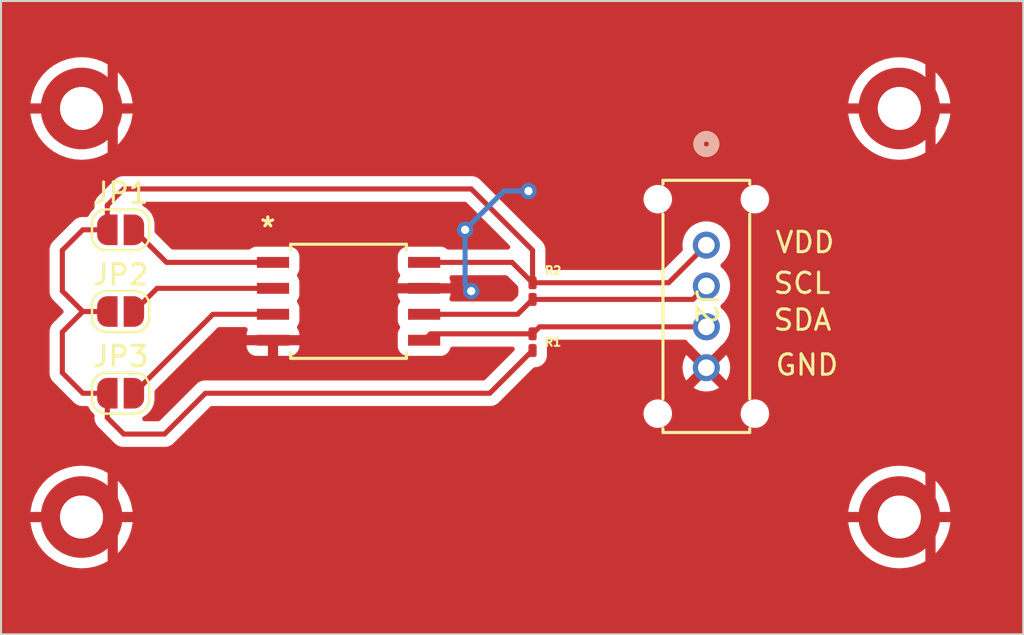
<source format=kicad_pcb>
(kicad_pcb (version 20240108) (generator "pcbnew") (generator_version "8.0")
  (layers (0 "F.Cu" signal) (31 "B.Cu" power) (34 "B.Paste" user) (35 "F.Paste" user) (36 "B.SilkS" user "B.Silkscreen") (37 "F.SilkS" user "F.Silkscreen") (38 "B.Mask" user) (39 "F.Mask" user) (44 "Edge.Cuts" user))
  (net 0 "")
  (net 1 "+3.3V")
  (net 2 "Net-(IC2-A0)")
  (net 3 "Net-(IC2-A1)")
  (net 4 "GND")
  (net 5 "Net-(IC2-A2)")
  (net 6 "/SCL")
  (net 7 "/SDA")
  (footprint "FRAM:FPT-8P-M08_FUJ" (layer "F.Cu") (at 115 92.5)
    (property "Reference" "IC2" (hide yes))
    (property "Value" "MB85RC256VPF-G-JNERE2" (hide yes))
    (fp_line (start -2.8321 -2.794) (end -2.8321 -2.495597) (stroke (width 0.1524)) (layer "F.SilkS"))
    (fp_line (start -2.8321 2.495597) (end -2.8321 2.794) (stroke (width 0.1524)) (layer "F.SilkS"))
    (fp_line (start -2.8321 2.794) (end 2.8321 2.794) (stroke (width 0.1524)) (layer "F.SilkS"))
    (fp_line (start 2.8321 -2.794) (end -2.8321 -2.794) (stroke (width 0.1524)) (layer "F.SilkS"))
    (fp_line (start 2.8321 -2.495597) (end 2.8321 -2.794) (stroke (width 0.1524)) (layer "F.SilkS"))
    (fp_line (start 2.8321 2.794) (end 2.8321 2.495597) (stroke (width 0.1524)) (layer "F.SilkS"))
    (fp_text user "*" (at -3.9497 -3.5814 0) (layer "F.SilkS"))
    (fp_text user "*" (at -3.9497 -3.5814 0) (layer "F.SilkS"))
    (pad "1" smd rect (at -3.6957 -1.905) (size 1.5748 0.5334) (layers "F.Cu" "F.Paste" "F.Mask") (net 2 "Net-(IC2-A0)"))
    (pad "2" smd rect (at -3.6957 -0.635) (size 1.5748 0.5334) (layers "F.Cu" "F.Paste" "F.Mask") (net 3 "Net-(IC2-A1)"))
    (pad "3" smd rect (at -3.6957 0.635) (size 1.5748 0.5334) (layers "F.Cu" "F.Paste" "F.Mask") (net 5 "Net-(IC2-A2)"))
    (pad "4" smd rect (at -3.6957 1.905) (size 1.5748 0.5334) (layers "F.Cu" "F.Paste" "F.Mask") (net 4 "GND"))
    (pad "5" smd rect (at 3.6957 1.905) (size 1.5748 0.5334) (layers "F.Cu" "F.Paste" "F.Mask") (net 7 "/SDA"))
    (pad "6" smd rect (at 3.6957 0.635) (size 1.5748 0.5334) (layers "F.Cu" "F.Paste" "F.Mask") (net 6 "/SCL"))
    (pad "7" smd rect (at 3.6957 -0.635) (size 1.5748 0.5334) (layers "F.Cu" "F.Paste" "F.Mask") (net 4 "GND"))
    (pad "8" smd rect (at 3.6957 -1.905) (size 1.5748 0.5334) (layers "F.Cu" "F.Paste" "F.Mask") (net 1 "+3.3V"))
  )
  (footprint "Jumper:SolderJumper-2_P1.3mm_Open_RoundedPad1.0x1.5mm" (layer "F.Cu") (at 103.85 97)
    (property "Reference" "JP3" (at 0 -1.8 0) (layer "F.SilkS"))
    (property "Value" "SolderJumper_2_Open" (hide yes))
    (fp_line (start -1.4 0.3) (end -1.4 -0.3) (stroke (width 0.12)) (layer "F.SilkS"))
    (fp_line (start -0.7 -1) (end 0.7 -1) (stroke (width 0.12)) (layer "F.SilkS"))
    (fp_line (start 0.7 1) (end -0.7 1) (stroke (width 0.12)) (layer "F.SilkS"))
    (fp_line (start 1.4 -0.3) (end 1.4 0.3) (stroke (width 0.12)) (layer "F.SilkS"))
    (fp_arc (start -1.4 -0.3) (mid -1.194975 -0.794975) (end -0.7 -1) (stroke (width 0.12)) (layer "F.SilkS"))
    (fp_arc (start -0.7 1) (mid -1.194975 0.794975) (end -1.4 0.3) (stroke (width 0.12)) (layer "F.SilkS"))
    (fp_arc (start 0.7 -1) (mid 1.194975 -0.794975) (end 1.4 -0.3) (stroke (width 0.12)) (layer "F.SilkS"))
    (fp_arc (start 1.4 0.3) (mid 1.194975 0.794975) (end 0.7 1) (stroke (width 0.12)) (layer "F.SilkS"))
    (pad "1" smd custom (at -0.65 0) (size 1 0.5) (layers "F.Cu" "F.Mask") (net 1 "+3.3V") (options (clearance outline) (anchor rect)) (primitives (gr_circle (center 0 0.25) (end 0.5 0.25) (width 0) (fill yes)) (gr_circle (center 0 -0.25) (end 0.5 -0.25) (width 0) (fill yes)) (gr_poly (pts (xy 0.5 0.75) (xy 0 0.75) (xy 0 -0.75) (xy 0.5 -0.75)) (width 0) (fill yes))))
    (pad "2" smd custom (at 0.65 0) (size 1 0.5) (layers "F.Cu" "F.Mask") (net 5 "Net-(IC2-A2)") (options (clearance outline) (anchor rect)) (primitives (gr_circle (center 0 0.25) (end 0.5 0.25) (width 0) (fill yes)) (gr_circle (center 0 -0.25) (end 0.5 -0.25) (width 0) (fill yes)) (gr_poly (pts (xy 0 0.75) (xy -0.5 0.75) (xy -0.5 -0.75) (xy 0 -0.75)) (width 0) (fill yes))))
  )
  (footprint "Resistor_SMD:R_0201_0603Metric_Pad0.64x0.40mm_HandSolder" (layer "F.Cu") (at 124 92 -90)
    (property "Reference" "R2" (at -1 -1 180) (layer "F.SilkS") (effects (font (size 0.4 0.4) (thickness 0.1))))
    (property "Value" "10k")
    (pad "1" smd roundrect (at -0.4075 0 270) (size 0.635 0.4) (layers "F.Cu" "F.Mask") (net 1 "+3.3V"))
    (pad "2" smd roundrect (at 0.4075 0 270) (size 0.635 0.4) (layers "F.Cu" "F.Mask") (net 6 "/SCL"))
  )
  (footprint "Resistor_SMD:R_0201_0603Metric_Pad0.64x0.40mm_HandSolder" (layer "F.Cu") (at 124 94.5 90)
    (property "Reference" "R1" (at 0 1 180) (layer "F.SilkS") (effects (font (size 0.4 0.4) (thickness 0.1))))
    (property "Value" "10k")
    (pad "1" smd roundrect (at -0.4075 0 90) (size 0.635 0.4) (layers "F.Cu" "F.Mask") (net 1 "+3.3V"))
    (pad "2" smd roundrect (at 0.4075 0 90) (size 0.635 0.4) (layers "F.Cu" "F.Mask") (net 7 "/SDA"))
  )
  (footprint "Jumper:SolderJumper-2_P1.3mm_Open_RoundedPad1.0x1.5mm" (layer "F.Cu") (at 103.85 93)
    (property "Reference" "JP2" (at 0 -1.8 0) (layer "F.SilkS"))
    (property "Value" "SolderJumper_2_Open" (hide yes))
    (fp_line (start -1.4 0.3) (end -1.4 -0.3) (stroke (width 0.12)) (layer "F.SilkS"))
    (fp_line (start -0.7 -1) (end 0.7 -1) (stroke (width 0.12)) (layer "F.SilkS"))
    (fp_line (start 0.7 1) (end -0.7 1) (stroke (width 0.12)) (layer "F.SilkS"))
    (fp_line (start 1.4 -0.3) (end 1.4 0.3) (stroke (width 0.12)) (layer "F.SilkS"))
    (fp_arc (start -1.4 -0.3) (mid -1.194975 -0.794975) (end -0.7 -1) (stroke (width 0.12)) (layer "F.SilkS"))
    (fp_arc (start -0.7 1) (mid -1.194975 0.794975) (end -1.4 0.3) (stroke (width 0.12)) (layer "F.SilkS"))
    (fp_arc (start 0.7 -1) (mid 1.194975 -0.794975) (end 1.4 -0.3) (stroke (width 0.12)) (layer "F.SilkS"))
    (fp_arc (start 1.4 0.3) (mid 1.194975 0.794975) (end 0.7 1) (stroke (width 0.12)) (layer "F.SilkS"))
    (pad "1" smd custom (at -0.65 0) (size 1 0.5) (layers "F.Cu" "F.Mask") (net 1 "+3.3V") (options (clearance outline) (anchor rect)) (primitives (gr_circle (center 0 0.25) (end 0.5 0.25) (width 0) (fill yes)) (gr_circle (center 0 -0.25) (end 0.5 -0.25) (width 0) (fill yes)) (gr_poly (pts (xy 0.5 0.75) (xy 0 0.75) (xy 0 -0.75) (xy 0.5 -0.75)) (width 0) (fill yes))))
    (pad "2" smd custom (at 0.65 0) (size 1 0.5) (layers "F.Cu" "F.Mask") (net 3 "Net-(IC2-A1)") (options (clearance outline) (anchor rect)) (primitives (gr_circle (center 0 0.25) (end 0.5 0.25) (width 0) (fill yes)) (gr_circle (center 0 -0.25) (end 0.5 -0.25) (width 0) (fill yes)) (gr_poly (pts (xy 0 0.75) (xy -0.5 0.75) (xy -0.5 -0.75) (xy 0 -0.75)) (width 0) (fill yes))))
  )
  (footprint "Mounting_Wuerth:Mounting_Wuerth_WA-SMSI-M1.6_H1mm_9774010633" (layer "F.Cu") (at 101.93934 103.06066)
    (property "Reference" "H3" (hide yes))
    (property "Value" "MountingHole_Pad" (hide yes))
    (pad "" np_thru_hole circle (at 0 0) (size 2.1 2.1) (drill 2.1) (layers "*.Cu" "*.Mask"))
    (pad "1" smd circle (at -1.525 0) (size 0.55 0.55) (layers "F.Cu") (net 4 "GND"))
    (pad "1" smd circle (at 0 -1.525) (size 0.55 0.55) (layers "F.Cu") (net 4 "GND"))
    (pad "1" smd circle (at 0 1.525) (size 0.55 0.55) (layers "F.Cu") (net 4 "GND"))
    (pad "1" smd custom (at 1.525 0) (size 0.55 0.55) (layers "F.Cu" "F.Mask") (net 4 "GND") (options (clearance outline) (anchor circle)) (primitives (gr_circle (center -1.525 0) (end 0 0) (width 0.95) (fill no))))
  )
  (footprint "Mounting_Wuerth:Mounting_Wuerth_WA-SMSI-M1.6_H1mm_9774010633" (layer "F.Cu") (at 101.93934 83.06066)
    (property "Reference" "H4" (hide yes))
    (property "Value" "MountingHole_Pad" (hide yes))
    (pad "" np_thru_hole circle (at 0 0) (size 2.1 2.1) (drill 2.1) (layers "*.Cu" "*.Mask"))
    (pad "1" smd circle (at -1.525 0) (size 0.55 0.55) (layers "F.Cu") (net 4 "GND"))
    (pad "1" smd circle (at 0 -1.525) (size 0.55 0.55) (layers "F.Cu") (net 4 "GND"))
    (pad "1" smd circle (at 0 1.525) (size 0.55 0.55) (layers "F.Cu") (net 4 "GND"))
    (pad "1" smd custom (at 1.525 0) (size 0.55 0.55) (layers "F.Cu" "F.Mask") (net 4 "GND") (options (clearance outline) (anchor circle)) (primitives (gr_circle (center -1.525 0) (end 0 0) (width 0.95) (fill no))))
  )
  (footprint "Mounting_Wuerth:Mounting_Wuerth_WA-SMSI-M1.6_H1mm_9774010633" (layer "F.Cu") (at 141.93934 103.06066)
    (property "Reference" "H2" (hide yes))
    (property "Value" "MountingHole_Pad" (hide yes))
    (pad "" np_thru_hole circle (at 0 0) (size 2.1 2.1) (drill 2.1) (layers "*.Cu" "*.Mask"))
    (pad "1" smd circle (at -1.525 0) (size 0.55 0.55) (layers "F.Cu") (net 4 "GND"))
    (pad "1" smd circle (at 0 -1.525) (size 0.55 0.55) (layers "F.Cu") (net 4 "GND"))
    (pad "1" smd circle (at 0 1.525) (size 0.55 0.55) (layers "F.Cu") (net 4 "GND"))
    (pad "1" smd custom (at 1.525 0) (size 0.55 0.55) (layers "F.Cu" "F.Mask") (net 4 "GND") (options (clearance outline) (anchor circle)) (primitives (gr_circle (center -1.525 0) (end 0 0) (width 0.95) (fill no))))
  )
  (footprint "Harwin-M80-8770422:CONN_M80-87704_HRW" (layer "F.Cu") (at 132.5 89.750001 -90)
    (property "Reference" "J2" (at 2.999999 0 -90) (layer "F.SilkS"))
    (property "Value" "M80-8770422")
    (fp_circle (center -4.950201 0) (end -4.569201 0) (stroke (width 0.508)) (fill none) (layer "B.SilkS"))
    (fp_line (start -3.172201 2.1209) (end -2.984532 2.1209) (stroke (width 0.1524)) (layer "F.SilkS"))
    (fp_line (start -1.51547 2.1209) (end 7.515468 2.1209) (stroke (width 0.1524)) (layer "F.SilkS"))
    (fp_line (start 8.98453 2.1209) (end 9.172199 2.1209) (stroke (width 0.1524)) (layer "F.SilkS"))
    (fp_line (start 9.172199 2.1209) (end 9.172199 -2.1209) (stroke (width 0.1524)) (layer "F.SilkS"))
    (fp_line (start -3.172201 -2.1209) (end -3.172201 2.1209) (stroke (width 0.1524)) (layer "F.SilkS"))
    (fp_line (start -2.984532 -2.1209) (end -3.172201 -2.1209) (stroke (width 0.1524)) (layer "F.SilkS"))
    (fp_line (start 7.515468 -2.1209) (end -1.51547 -2.1209) (stroke (width 0.1524)) (layer "F.SilkS"))
    (fp_line (start 9.172199 -2.1209) (end 8.98453 -2.1209) (stroke (width 0.1524)) (layer "F.SilkS"))
    (fp_circle (center -4.950201 0) (end -4.569201 0) (stroke (width 0.508)) (fill none) (layer "F.SilkS"))
    (pad "" np_thru_hole circle (at -2.250001 -2.374999) (size 0.889 0.889) (drill 0.889) (layers "*.Cu" "*.Mask"))
    (pad "" np_thru_hole circle (at -2.250001 2.374999) (size 0.889 0.889) (drill 0.889) (layers "*.Cu" "*.Mask"))
    (pad "" np_thru_hole circle (at 8.249999 -2.374999) (size 0.889 0.889) (drill 0.889) (layers "*.Cu" "*.Mask"))
    (pad "" np_thru_hole circle (at 8.249999 2.374999) (size 0.889 0.889) (drill 0.889) (layers "*.Cu" "*.Mask"))
    (pad "1" thru_hole circle (at 0 0 270) (size 1.3208 1.3208) (drill 0.8128) (layers "*.Cu" "*.Mask") (net 1 "+3.3V"))
    (pad "2" thru_hole circle (at 1.999999 0 270) (size 1.3208 1.3208) (drill 0.8128) (layers "*.Cu" "*.Mask") (net 6 "/SCL"))
    (pad "3" thru_hole circle (at 4 0 270) (size 1.3208 1.3208) (drill 0.8128) (layers "*.Cu" "*.Mask") (net 7 "/SDA"))
    (pad "4" thru_hole circle (at 5.999998 0 270) (size 1.3208 1.3208) (drill 0.8128) (layers "*.Cu" "*.Mask") (net 4 "GND"))
  )
  (footprint "Mounting_Wuerth:Mounting_Wuerth_WA-SMSI-M1.6_H1mm_9774010633" (layer "F.Cu") (at 141.93934 83.06066)
    (property "Reference" "H1" (hide yes))
    (property "Value" "MountingHole_Pad" (hide yes))
    (pad "" np_thru_hole circle (at 0 0) (size 2.1 2.1) (drill 2.1) (layers "*.Cu" "*.Mask"))
    (pad "1" smd circle (at -1.525 0) (size 0.55 0.55) (layers "F.Cu") (net 4 "GND"))
    (pad "1" smd circle (at 0 -1.525) (size 0.55 0.55) (layers "F.Cu") (net 4 "GND"))
    (pad "1" smd circle (at 0 1.525) (size 0.55 0.55) (layers "F.Cu") (net 4 "GND"))
    (pad "1" smd custom (at 1.525 0) (size 0.55 0.55) (layers "F.Cu" "F.Mask") (net 4 "GND") (options (clearance outline) (anchor circle)) (primitives (gr_circle (center -1.525 0) (end 0 0) (width 0.95) (fill no))))
  )
  (footprint "Jumper:SolderJumper-2_P1.3mm_Open_RoundedPad1.0x1.5mm" (layer "F.Cu") (at 103.85 89)
    (property "Reference" "JP1" (at 0 -1.8 0) (layer "F.SilkS"))
    (property "Value" "SolderJumper_2_Open" (hide yes))
    (fp_line (start -1.4 0.3) (end -1.4 -0.3) (stroke (width 0.12)) (layer "F.SilkS"))
    (fp_line (start -0.7 -1) (end 0.7 -1) (stroke (width 0.12)) (layer "F.SilkS"))
    (fp_line (start 0.7 1) (end -0.7 1) (stroke (width 0.12)) (layer "F.SilkS"))
    (fp_line (start 1.4 -0.3) (end 1.4 0.3) (stroke (width 0.12)) (layer "F.SilkS"))
    (fp_arc (start -1.4 -0.3) (mid -1.194975 -0.794975) (end -0.7 -1) (stroke (width 0.12)) (layer "F.SilkS"))
    (fp_arc (start -0.7 1) (mid -1.194975 0.794975) (end -1.4 0.3) (stroke (width 0.12)) (layer "F.SilkS"))
    (fp_arc (start 0.7 -1) (mid 1.194975 -0.794975) (end 1.4 -0.3) (stroke (width 0.12)) (layer "F.SilkS"))
    (fp_arc (start 1.4 0.3) (mid 1.194975 0.794975) (end 0.7 1) (stroke (width 0.12)) (layer "F.SilkS"))
    (pad "1" smd custom (at -0.65 0) (size 1 0.5) (layers "F.Cu" "F.Mask") (net 1 "+3.3V") (options (clearance outline) (anchor rect)) (primitives (gr_circle (center 0 0.25) (end 0.5 0.25) (width 0) (fill yes)) (gr_circle (center 0 -0.25) (end 0.5 -0.25) (width 0) (fill yes)) (gr_poly (pts (xy 0.5 0.75) (xy 0 0.75) (xy 0 -0.75) (xy 0.5 -0.75)) (width 0) (fill yes))))
    (pad "2" smd custom (at 0.65 0) (size 1 0.5) (layers "F.Cu" "F.Mask") (net 2 "Net-(IC2-A0)") (options (clearance outline) (anchor rect)) (primitives (gr_circle (center 0 0.25) (end 0.5 0.25) (width 0) (fill yes)) (gr_circle (center 0 -0.25) (end 0.5 -0.25) (width 0) (fill yes)) (gr_poly (pts (xy 0 0.75) (xy -0.5 0.75) (xy -0.5 -0.75) (xy 0 -0.75)) (width 0) (fill yes))))
  )
  (gr_line (start 148 108.8) (end 148 77.8) (stroke (width 0.1)) (layer "Edge.Cuts"))
  (gr_line (start 148 77.8) (end 98 77.8) (stroke (width 0.1)) (layer "Edge.Cuts"))
  (gr_line (start 98 108.8) (end 148 108.8) (stroke (width 0.1)) (layer "Edge.Cuts"))
  (gr_line (start 98 77.8) (end 98 108.8) (stroke (width 0.1)) (layer "Edge.Cuts"))
  (gr_text "SCL" (at 135.7 92.2 0) (layer "F.SilkS") (effects (font (size 1 1)) (justify left bottom)))
  (gr_text "SDA" (at 135.7 94 0) (layer "F.SilkS") (effects (font (size 1 1)) (justify left bottom)))
  (gr_text "VDD" (at 135.8 90.2 0) (layer "F.SilkS") (effects (font (size 1 1)) (justify left bottom)))
  (gr_text "GND" (at 135.8 96.2 0) (layer "F.SilkS") (effects (font (size 1 1)) (justify left bottom)))
  (segment (start 118.6957 90.595) (end 123.0025 90.595) (width 0.25) (layer "F.Cu") (net 1))
  (segment (start 102 89) (end 101 90) (width 0.25) (layer "F.Cu") (net 1))
  (segment (start 103.2 98.2) (end 104 99) (width 0.25) (layer "F.Cu") (net 1))
  (segment (start 101 94) (end 101 96) (width 0.25) (layer "F.Cu") (net 1))
  (segment (start 124 90) (end 124 91.5925) (width 0.25) (layer "F.Cu") (net 1))
  (segment (start 104 87) (end 121 87) (width 0.25) (layer "F.Cu") (net 1))
  (segment (start 103.2 89) (end 102 89) (width 0.25) (layer "F.Cu") (net 1))
  (segment (start 103.2 87.8) (end 104 87) (width 0.25) (layer "F.Cu") (net 1))
  (segment (start 108 97) (end 121.9075 97) (width 0.25) (layer "F.Cu") (net 1))
  (segment (start 121 87) (end 124 90) (width 0.25) (layer "F.Cu") (net 1))
  (segment (start 130.657501 91.5925) (end 132.5 89.750001) (width 0.25) (layer "F.Cu") (net 1))
  (segment (start 103.2 93) (end 102 93) (width 0.25) (layer "F.Cu") (net 1))
  (segment (start 123.0025 90.595) (end 124 91.5925) (width 0.25) (layer "F.Cu") (net 1))
  (segment (start 102 97) (end 103.2 97) (width 0.25) (layer "F.Cu") (net 1))
  (segment (start 106 99) (end 108 97) (width 0.25) (layer "F.Cu") (net 1))
  (segment (start 101 92) (end 102 93) (width 0.25) (layer "F.Cu") (net 1))
  (segment (start 101 96) (end 102 97) (width 0.25) (layer "F.Cu") (net 1))
  (segment (start 124 91.5925) (end 130.657501 91.5925) (width 0.25) (layer "F.Cu") (net 1))
  (segment (start 101 90) (end 101 92) (width 0.25) (layer "F.Cu") (net 1))
  (segment (start 103.2 97) (end 103.2 98.2) (width 0.25) (layer "F.Cu") (net 1))
  (segment (start 103.2 89) (end 103.2 87.8) (width 0.25) (layer "F.Cu") (net 1))
  (segment (start 102 93) (end 101 94) (width 0.25) (layer "F.Cu") (net 1))
  (segment (start 121.9075 97) (end 124 94.9075) (width 0.25) (layer "F.Cu") (net 1))
  (segment (start 104 99) (end 106 99) (width 0.25) (layer "F.Cu") (net 1))
  (segment (start 104.5 89) (end 106.095 90.595) (width 0.25) (layer "F.Cu") (net 2))
  (segment (start 106.095 90.595) (end 111.3043 90.595) (width 0.25) (layer "F.Cu") (net 2))
  (segment (start 105.635 91.865) (end 111.3043 91.865) (width 0.25) (layer "F.Cu") (net 3))
  (segment (start 104.5 93) (end 105.635 91.865) (width 0.25) (layer "F.Cu") (net 3))
  (segment (start 120.865 91.865) (end 121 92) (width 0.25) (layer "F.Cu") (net 4))
  (via (at 120.7 89) (size 0.8) (drill 0.4) (layers "F.Cu" "B.Cu") (net 4))
  (via (at 123.8 87.1) (size 0.8) (drill 0.4) (layers "F.Cu" "B.Cu") (net 4))
  (via (at 121 92) (size 0.8) (drill 0.4) (layers "F.Cu" "B.Cu") (net 4))
  (segment (start 120.7 91.7) (end 121 92) (width 0.25) (layer "B.Cu") (net 4))
  (segment (start 123.8 87.1) (end 122.6 87.1) (width 0.25) (layer "B.Cu") (net 4))
  (segment (start 120.7 89) (end 120.7 91.7) (width 0.25) (layer "B.Cu") (net 4))
  (segment (start 122.6 87.1) (end 120.7 89) (width 0.25) (layer "B.Cu") (net 4))
  (segment (start 108.365 93.135) (end 111.3043 93.135) (width 0.25) (layer "F.Cu") (net 5))
  (segment (start 104.5 97) (end 108.365 93.135) (width 0.25) (layer "F.Cu") (net 5))
  (segment (start 118.6957 93.135) (end 123.2725 93.135) (width 0.25) (layer "F.Cu") (net 6))
  (segment (start 131.8425 92.4075) (end 132.5 91.75) (width 0.25) (layer "F.Cu") (net 6))
  (segment (start 124 92.4075) (end 131.8425 92.4075) (width 0.25) (layer "F.Cu") (net 6))
  (segment (start 123.2725 93.135) (end 124 92.4075) (width 0.25) (layer "F.Cu") (net 6))
  (segment (start 119.0082 94.0925) (end 124 94.0925) (width 0.25) (layer "F.Cu") (net 7))
  (segment (start 118.6957 94.405) (end 119.0082 94.0925) (width 0.25) (layer "F.Cu") (net 7))
  (segment (start 124.342499 93.750001) (end 132.5 93.750001) (width 0.25) (layer "F.Cu") (net 7))
  (segment (start 123.8743 94.1007) (end 124 93.975) (width 0.25) (layer "F.Cu") (net 7))
  (segment (start 124 94.0925) (end 124.342499 93.750001) (width 0.25) (layer "F.Cu") (net 7))
  (zone (net 4) (net_name "GND") (layer "F.Cu") (connect_pads (clearance 0.5)) (min_thickness 0.25) (fill yes (thermal_gap 0.5) (thermal_bridge_width 0.5))
    (polygon (pts (xy 98 77.8) (xy 148 77.8) (xy 148 108.8) (xy 98 108.8)))
  )
)
</source>
